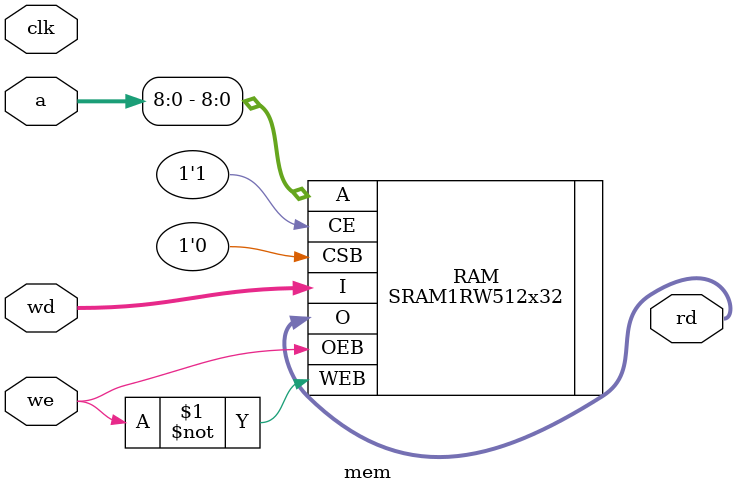
<source format=sv>

module mem (
            input  logic        clk,
            input  logic        we,
            input  logic [31:0] a,
            input  logic [31:0] wd,
            output logic [31:0] rd
            );
            
            
`ifdef sim

  logic [31:0] RAM[63:0];

  assign rd = RAM[a[31:2]]; // word aligned

  always @(posedge clk)
    if (we)
      RAM[a[31:2]] <= wd;
      
      
  initial
    begin
      // will read the memfile.data from sim directory and preloads the RAM array.
      $readmemh("memfile.dat", RAM); // initialize memory
    end      
      
`else

   SRAM1RW512x32 RAM (
			.A       ( a[8:0] ),
			.CE      ( 1'b1   ),
			.WEB     ( ~we    ),
			.OEB     ( we     ),
			.CSB     ( 1'b0   ),
			.I       ( wd     ),
			.O       ( rd     )
			);

`endif

endmodule
</source>
